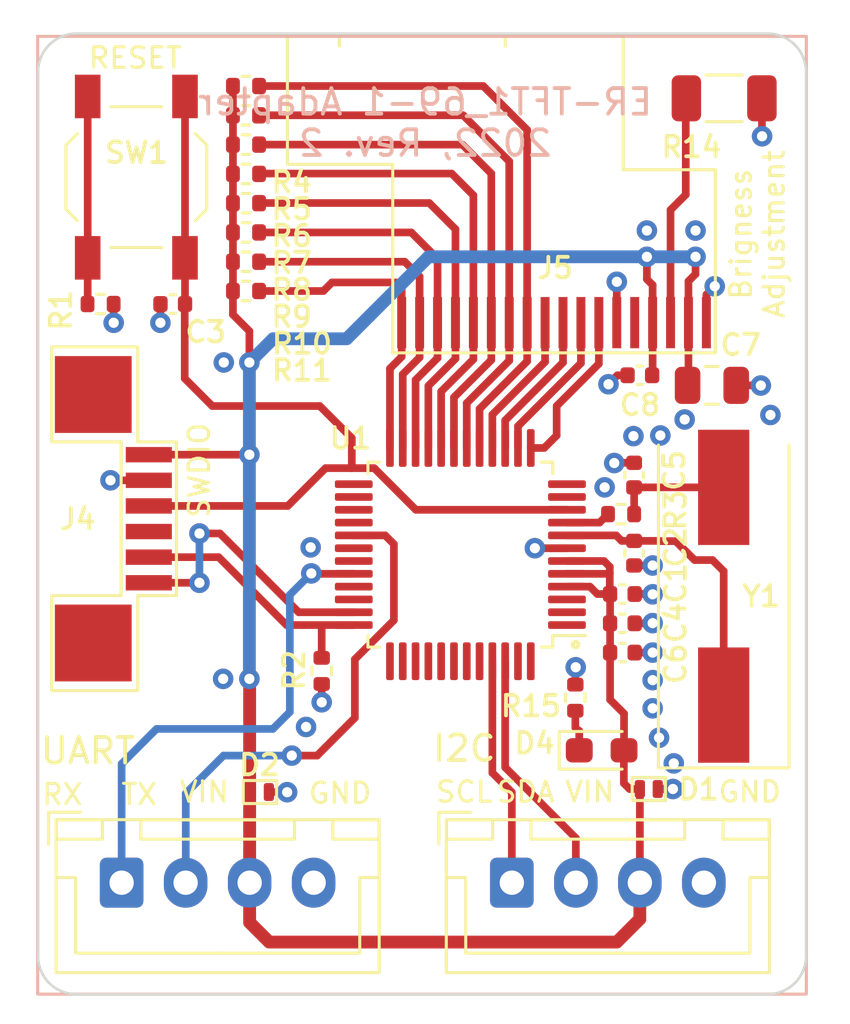
<source format=kicad_pcb>
(kicad_pcb (version 20211014) (generator pcbnew)
  (layers (0 "F.Cu" signal) (1 "In1.Cu" signal) (2 "In2.Cu" signal) (31 "B.Cu" signal) (34 "B.Paste" user) (35 "F.Paste" user) (36 "B.SilkS" user "B.Silkscreen") (37 "F.SilkS" user "F.Silkscreen") (38 "B.Mask" user) (39 "F.Mask" user) (44 "Edge.Cuts" user))
  (net 0 "")
  (net 1 "LED_ANODE")
  (net 2 "GND")
  (net 3 "Net-(C2-Pad2)")
  (net 4 "Net-(C5-Pad1)")
  (net 5 "Net-(D4-Pad1)")
  (net 6 "I2C_SCL")
  (net 7 "I2C_SDA")
  (net 8 "UART_RX")
  (net 9 "UART_TX")
  (net 10 "SWDIO")
  (net 11 "BOOT0")
  (net 13 "NRST")
  (net 14 "DATA_7")
  (net 15 "DATA_6")
  (net 16 "DATA_5")
  (net 17 "DATA_4")
  (net 18 "DATA_3")
  (net 19 "DATA_2")
  (net 20 "DATA_1")
  (net 21 "DATA_0")
  (net 22 "DISPLAY_RST")
  (net 23 "DISPLAY_WR")
  (net 24 "DISPLAY_RS")
  (net 25 "DISPLAY_CS")
  (net 27 "LED_CATODE")
  (net 28 "Net-(R1-Pad1)")
  (net 29 "Net-(R3-Pad2)")
  (footprint "Resistor_SMD:R_0402_1005Metric" (layer "F.Cu") (at 118.125 84.331601)
    (fp_text reference "R6" (at 1.785407 3.568399) (layer "F.SilkS") (effects (font (size 0.8 0.8))))
    (fp_text value "10k")
    (pad "1" smd roundrect (at -0.51 0) (size 0.54 0.64) (layers "F.Cu" "F.Paste" "F.Mask") (net 1 "LED_ANODE"))
    (pad "2" smd roundrect (at 0.51 0) (size 0.54 0.64) (layers "F.Cu" "F.Paste" "F.Mask") (net 19 "DATA_2"))
  )
  (footprint "Resistor_SMD:R_0402_1005Metric" (layer "F.Cu") (at 118.125 86.617601)
    (fp_text reference "R8" (at 1.785407 3.382399) (layer "F.SilkS") (effects (font (size 0.8 0.8))))
    (fp_text value "10k")
    (pad "1" smd roundrect (at -0.51 0) (size 0.54 0.64) (layers "F.Cu" "F.Paste" "F.Mask") (net 1 "LED_ANODE"))
    (pad "2" smd roundrect (at 0.51 0) (size 0.54 0.64) (layers "F.Cu" "F.Paste" "F.Mask") (net 17 "DATA_4"))
  )
  (footprint "Resistor_SMD:R_0402_1005Metric" (layer "F.Cu") (at 132.774593 98.756401 180)
    (fp_text reference "R3" (at -2.125407 0.156401 90) (layer "F.SilkS") (effects (font (size 0.8 0.8))))
    (fp_text value "100")
    (pad "1" smd roundrect (at -0.51 0 180) (size 0.54 0.64) (layers "F.Cu" "F.Paste" "F.Mask") (net 4 "Net-(C5-Pad1)"))
    (pad "2" smd roundrect (at 0.51 0 180) (size 0.54 0.64) (layers "F.Cu" "F.Paste" "F.Mask") (net 29 "Net-(R3-Pad2)"))
  )
  (footprint "Crystal:Crystal_SMD_HC49-SD" (layer "F.Cu") (at 136.782593 101.961601 90)
    (fp_text reference "Y1" (at 0 1.467407 180) (layer "F.SilkS") (effects (font (size 0.8 0.8))))
    (fp_text value "16MHz")
    (pad "1" smd rect (at -4.25 0 90) (size 4.5 2) (layers "F.Cu" "F.Paste" "F.Mask") (net 3 "Net-(C2-Pad2)"))
    (pad "2" smd rect (at 4.25 0 90) (size 4.5 2) (layers "F.Cu" "F.Paste" "F.Mask") (net 4 "Net-(C5-Pad1)"))
  )
  (footprint "Resistor_SMD:R_0402_1005Metric" (layer "F.Cu") (at 118.125 82.045601)
    (fp_text reference "R4" (at 1.785407 3.754399) (layer "F.SilkS") (effects (font (size 0.8 0.8))))
    (fp_text value "10k")
    (pad "1" smd roundrect (at -0.51 0) (size 0.54 0.64) (layers "F.Cu" "F.Paste" "F.Mask") (net 1 "LED_ANODE"))
    (pad "2" smd roundrect (at 0.51 0) (size 0.54 0.64) (layers "F.Cu" "F.Paste" "F.Mask") (net 21 "DATA_0"))
  )
  (footprint "Capacitor_SMD:C_1206_3216Metric" (layer "F.Cu") (at 136.8 82.525)
    (fp_text reference "R14" (at -1.275 1.9 180) (layer "F.SilkS") (effects (font (size 0.8 0.8))))
    (fp_text value "10")
    (pad "1" smd roundrect (at -1.475 0) (size 1.15 1.8) (layers "F.Cu" "F.Paste" "F.Mask") (roundrect_rratio 0.2173913043) (net 27 "LED_CATODE"))
    (pad "2" smd roundrect (at 1.475 0) (size 1.15 1.8) (layers "F.Cu" "F.Paste" "F.Mask") (roundrect_rratio 0.2173913043) (net 2 "GND"))
  )
  (footprint "Custom:ER-TFT1_69-1_SMD_18PIN" (layer "F.Cu") (at 130.1562 91.2816)
    (fp_text reference "J5" (at 0.0438 -2.1316) (layer "F.SilkS") (effects (font (size 0.8 0.8))))
    (fp_text value "Display Connector")
    (pad "1" smd rect (at -5.95 0) (size 0.35 2) (layers "F.Cu" "F.Paste" "F.Mask") (net 14 "DATA_7"))
    (pad "2" smd rect (at -5.25 0) (size 0.35 2) (layers "F.Cu" "F.Paste" "F.Mask") (net 15 "DATA_6"))
    (pad "3" smd rect (at -4.55 0) (size 0.35 2) (layers "F.Cu" "F.Paste" "F.Mask") (net 16 "DATA_5"))
    (pad "4" smd rect (at -3.85 0) (size 0.35 2) (layers "F.Cu" "F.Paste" "F.Mask") (net 17 "DATA_4"))
    (pad "5" smd rect (at -3.15 0) (size 0.35 2) (layers "F.Cu" "F.Paste" "F.Mask") (net 18 "DATA_3"))
    (pad "6" smd rect (at -2.45 0) (size 0.35 2) (layers "F.Cu" "F.Paste" "F.Mask") (net 19 "DATA_2"))
    (pad "7" smd rect (at -1.75 0) (size 0.35 2) (layers "F.Cu" "F.Paste" "F.Mask") (net 20 "DATA_1"))
    (pad "8" smd rect (at -1.05 0) (size 0.35 2) (layers "F.Cu" "F.Paste" "F.Mask") (net 21 "DATA_0"))
    (pad "9" smd rect (at -0.35 0) (size 0.35 2) (layers "F.Cu" "F.Paste" "F.Mask") (net 22 "DISPLAY_RST"))
    (pad "10" smd rect (at 0.35 0) (size 0.35 2) (layers "F.Cu" "F.Paste" "F.Mask") (net 23 "DISPLAY_WR"))
    (pad "11" smd rect (at 1.05 0) (size 0.35 2) (layers "F.Cu" "F.Paste" "F.Mask") (net 24 "DISPLAY_RS"))
    (pad "12" smd rect (at 1.75 0) (size 0.35 2) (layers "F.Cu" "F.Paste" "F.Mask") (net 25 "DISPLAY_CS"))
    (pad "13" smd rect (at 2.45 0) (size 0.35 2) (layers "F.Cu" "F.Paste" "F.Mask") (net 2 "GND"))
    (pad "14" smd rect (at 3.15 0) (size 0.35 2) (layers "F.Cu" "F.Paste" "F.Mask"))
    (pad "15" smd rect (at 3.85 0) (size 0.35 2) (layers "F.Cu" "F.Paste" "F.Mask") (net 1 "LED_ANODE"))
    (pad "16" smd rect (at 4.55 0) (size 0.35 2) (layers "F.Cu" "F.Paste" "F.Mask") (net 27 "LED_CATODE"))
    (pad "17" smd rect (at 5.25 0) (size 0.35 2) (layers "F.Cu" "F.Paste" "F.Mask") (net 1 "LED_ANODE"))
    (pad "18" smd rect (at 5.95 0) (size 0.35 2) (layers "F.Cu" "F.Paste" "F.Mask") (net 2 "GND"))
  )
  (footprint "Resistor_SMD:R_0402_1005Metric" (layer "F.Cu") (at 130.987593 105.921601 -90)
    (fp_text reference "R15" (at 0.328399 1.737593 180) (layer "F.SilkS") (effects (font (size 0.8 0.8))))
    (fp_text value "1k")
    (pad "1" smd roundrect (at -0.51 0 270) (size 0.54 0.64) (layers "F.Cu" "F.Paste" "F.Mask") (net 2 "GND"))
    (pad "2" smd roundrect (at 0.51 0 270) (size 0.54 0.64) (layers "F.Cu" "F.Paste" "F.Mask") (net 5 "Net-(D4-Pad1)"))
  )
  (footprint "Connector_JST:JST_XH_B4B-XH-A_1x04_P2.50mm_Vertical" (layer "F.Cu") (at 113.267593 113.143601)
    (fp_text reference "J2" hide)
    (fp_text value "UART Header")
    (pad "1" thru_hole roundrect (at 0 0) (size 1.7 1.95) (drill 0.95) (layers *.Cu *.Mask) (roundrect_rratio 0.1470588235) (net 8 "UART_RX"))
    (pad "2" thru_hole oval (at 2.5 0) (size 1.7 1.95) (drill 0.95) (layers *.Cu *.Mask) (net 9 "UART_TX"))
    (pad "3" thru_hole oval (at 5 0) (size 1.7 1.95) (drill 0.95) (layers *.Cu *.Mask) (net 1 "LED_ANODE"))
    (pad "4" thru_hole oval (at 7.5 0) (size 1.7 1.95) (drill 0.95) (layers *.Cu *.Mask) (net 2 "GND"))
  )
  (footprint "Resistor_SMD:R_0402_1005Metric" (layer "F.Cu") (at 118.125 85.474601)
    (fp_text reference "R7" (at 1.785407 3.475399) (layer "F.SilkS") (effects (font (size 0.8 0.8))))
    (fp_text value "10k")
    (pad "1" smd roundrect (at -0.51 0) (size 0.54 0.64) (layers "F.Cu" "F.Paste" "F.Mask") (net 1 "LED_ANODE"))
    (pad "2" smd roundrect (at 0.51 0) (size 0.54 0.64) (layers "F.Cu" "F.Paste" "F.Mask") (net 18 "DATA_3"))
  )
  (footprint "Capacitor_SMD:C_0402_1005Metric" (layer "F.Cu") (at 132.825393 104.161601)
    (fp_text reference "C6" (at 2.074607 0.438399 90) (layer "F.SilkS") (effects (font (size 0.8 0.8))))
    (fp_text value "0.1uF")
    (pad "1" smd roundrect (at -0.48 0) (size 0.56 0.62) (layers "F.Cu" "F.Paste" "F.Mask") (net 1 "LED_ANODE"))
    (pad "2" smd roundrect (at 0.48 0) (size 0.56 0.62) (layers "F.Cu" "F.Paste" "F.Mask") (net 2 "GND"))
  )
  (footprint "Resistor_SMD:R_0402_1005Metric" (layer "F.Cu") (at 112.445593 90.554601)
    (fp_text reference "R1" (at -1.545593 0.245399 270) (layer "F.SilkS") (effects (font (size 0.8 0.8))))
    (fp_text value "10k")
    (pad "1" smd roundrect (at -0.51 0) (size 0.54 0.64) (layers "F.Cu" "F.Paste" "F.Mask") (net 28 "Net-(R1-Pad1)"))
    (pad "2" smd roundrect (at 0.51 0) (size 0.54 0.64) (layers "F.Cu" "F.Paste" "F.Mask") (net 2 "GND"))
  )
  (footprint "Capacitor_SMD:C_0402_1005Metric" (layer "F.Cu") (at 115.264993 90.554601 180)
    (fp_text reference "C3" (at -1.285007 -1.095399) (layer "F.SilkS") (effects (font (size 0.8 0.8))))
    (fp_text value "0.1uF")
    (pad "1" smd roundrect (at -0.48 0 180) (size 0.56 0.62) (layers "F.Cu" "F.Paste" "F.Mask") (net 13 "NRST"))
    (pad "2" smd roundrect (at 0.48 0 180) (size 0.56 0.62) (layers "F.Cu" "F.Paste" "F.Mask") (net 2 "GND"))
  )
  (footprint "Resistor_SMD:R_0402_1005Metric" (layer "F.Cu") (at 118.125 83.188601)
    (fp_text reference "R5" (at 1.785407 3.661399) (layer "F.SilkS") (effects (font (size 0.8 0.8))))
    (fp_text value "10k")
    (pad "1" smd roundrect (at -0.51 0) (size 0.54 0.64) (layers "F.Cu" "F.Paste" "F.Mask") (net 1 "LED_ANODE"))
    (pad "2" smd roundrect (at 0.51 0) (size 0.54 0.64) (layers "F.Cu" "F.Paste" "F.Mask") (net 20 "DATA_1"))
  )
  (footprint "Connector_JST:JST_XH_B4B-XH-A_1x04_P2.50mm_Vertical" (layer "F.Cu") (at 128.507593 113.143601)
    (fp_text reference "J1" hide)
    (fp_text value "I2C Header")
    (pad "1" thru_hole roundrect (at 0 0) (size 1.7 1.95) (drill 0.95) (layers *.Cu *.Mask) (roundrect_rratio 0.1470588235) (net 6 "I2C_SCL"))
    (pad "2" thru_hole oval (at 2.5 0) (size 1.7 1.95) (drill 0.95) (layers *.Cu *.Mask) (net 7 "I2C_SDA"))
    (pad "3" thru_hole oval (at 5 0) (size 1.7 1.95) (drill 0.95) (layers *.Cu *.Mask) (net 1 "LED_ANODE"))
    (pad "4" thru_hole oval (at 7.5 0) (size 1.7 1.95) (drill 0.95) (layers *.Cu *.Mask) (net 2 "GND"))
  )
  (footprint "Capacitor_SMD:C_0402_1005Metric" (layer "F.Cu") (at 133.282593 100.280401 90)
    (fp_text reference "C2" (at 0.230401 1.617407 90) (layer "F.SilkS") (effects (font (size 0.8 0.8))))
    (fp_text value "20pF")
    (pad "1" smd roundrect (at -0.48 0 90) (size 0.56 0.62) (layers "F.Cu" "F.Paste" "F.Mask") (net 2 "GND"))
    (pad "2" smd roundrect (at 0.48 0 90) (size 0.56 0.62) (layers "F.Cu" "F.Paste" "F.Mask") (net 3 "Net-(C2-Pad2)"))
  )
  (footprint "Custom:SOD882" (layer "F.Cu") (at 118.668593 109.604601 180)
    (fp_text reference "D2" (at 0.018593 1.054601 unlocked) (layer "F.SilkS") (effects (font (size 0.8 0.8))))
    (fp_text value "PESD3V3V1BLYL")
    (pad "1" smd roundrect (at -0.35 0 180) (size 0.4 0.7) (layers "F.Cu" "F.Paste" "F.Mask") (net 2 "GND"))
    (pad "2" smd roundrect (at 0.35 0 180) (size 0.4 0.7) (layers "F.Cu" "F.Paste" "F.Mask") (net 1 "LED_ANODE"))
  )
  (footprint "LED_SMD:LED_0603_1608Metric_Pad1.05x0.95mm_HandSolder" (layer "F.Cu") (at 132.015193 107.976601)
    (fp_text reference "D4" (at -2.615193 -0.276601) (layer "F.SilkS") (effects (font (size 0.8 0.8))))
    (fp_text value "Power Indicator")
    (pad "1" smd roundrect (at -0.875 0) (size 1.05 0.95) (layers "F.Cu" "F.Paste" "F.Mask") (net 5 "Net-(D4-Pad1)"))
    (pad "2" smd roundrect (at 0.875 0) (size 1.05 0.95) (layers "F.Cu" "F.Paste" "F.Mask") (net 1 "LED_ANODE"))
  )
  (footprint "Custom:SOD882" (layer "F.Cu") (at 133.857593 109.486601 180)
    (fp_text reference "D1" (at -1.942407 -0.013399 unlocked) (layer "F.SilkS") (effects (font (size 0.8 0.8))))
    (fp_text value "PESD3V3V1BLYL")
    (pad "1" smd roundrect (at -0.35 0 180) (size 0.4 0.7) (layers "F.Cu" "F.Paste" "F.Mask") (net 2 "GND"))
    (pad "2" smd roundrect (at 0.35 0 180) (size 0.4 0.7) (layers "F.Cu" "F.Paste" "F.Mask") (net 1 "LED_ANODE"))
  )
  (footprint "Capacitor_SMD:C_0805_2012Metric" (layer "F.Cu") (at 136.321593 93.729601)
    (fp_text reference "C7" (at 1.128407 -1.579601) (layer "F.SilkS") (effects (font (size 0.8 0.8))))
    (fp_text value "10uF")
    (pad "1" smd roundrect (at -0.95 0) (size 1 1.45) (layers "F.Cu" "F.Paste" "F.Mask") (net 1 "LED_ANODE"))
    (pad "2" smd roundrect (at 0.95 0) (size 1 1.45) (layers "F.Cu" "F.Paste" "F.Mask") (net 2 "GND"))
  )
  (footprint "Capacitor_SMD:C_0402_1005Metric" (layer "F.Cu") (at 132.825393 103.018601)
    (fp_text reference "C4" (at 2.074607 -0.018601 270) (layer "F.SilkS") (effects (font (size 0.8 0.8))))
    (fp_text value "0.1uF")
    (pad "1" smd roundrect (at -0.48 0) (size 0.56 0.62) (layers "F.Cu" "F.Paste" "F.Mask") (net 1 "LED_ANODE"))
    (pad "2" smd roundrect (at 0.48 0) (size 0.56 0.62) (layers "F.Cu" "F.Paste" "F.Mask") (net 2 "GND"))
  )
  (footprint "Custom:AFA07-S06FCA-00" (layer "F.Cu") (at 114.328593 98.936601 -90)
    (fp_text reference "J4" (at 0.013399 2.778593 180) (layer "F.SilkS") (effects (font (size 0.8 0.8))))
    (fp_text value "SWD")
    (pad "" smd rect locked (at -4.85 2.17 270) (size 3 3) (layers "F.Cu" "F.Paste" "F.Mask"))
    (pad "" smd rect locked (at 4.85 2.17 270) (size 3 3) (layers "F.Cu" "F.Paste" "F.Mask"))
    (pad "1" smd rect locked (at -2.5 0 270) (size 0.6 1.8) (layers "F.Cu" "F.Paste" "F.Mask") (net 1 "LED_ANODE"))
    (pad "2" smd rect locked (at -1.5 0 270) (size 0.6 1.8) (layers "F.Cu" "F.Paste" "F.Mask") (net 2 "GND"))
    (pad "3" smd rect locked (at -0.5 0 270) (size 0.6 1.8) (layers "F.Cu" "F.Paste" "F.Mask") (net 13 "NRST"))
    (pad "4" smd rect locked (at 0.5 0 270) (size 0.6 1.8) (layers "F.Cu" "F.Paste" "F.Mask"))
    (pad "5" smd rect locked (at 1.5 0 270) (size 0.6 1.8) (layers "F.Cu" "F.Paste" "F.Mask") (net 11 "BOOT0"))
    (pad "6" smd rect locked (at 2.5 0 270) (size 0.6 1.8) (layers "F.Cu" "F.Paste" "F.Mask") (net 10 "SWDIO"))
  )
  (footprint "Button_Switch_SMD:SW_SPST_TL3342" (layer "F.Cu") (at 113.842593 85.601601 -90)
    (fp_text reference "SW1" (at -0.951601 -0.007407 180) (layer "F.SilkS") (effects (font (size 0.8 0.8))))
    (fp_text value "SW_Push")
    (pad "1" smd rect (at 3.15 -1.9 270) (size 1.7 1) (layers "F.Cu" "F.Paste" "F.Mask") (net 13 "NRST"))
    (pad "1" smd rect (at -3.15 -1.9 270) (size 1.7 1) (layers "F.Cu" "F.Paste" "F.Mask") (net 13 "NRST"))
    (pad "2" smd rect (at -3.15 1.9 270) (size 1.7 1) (layers "F.Cu" "F.Paste" "F.Mask") (net 28 "Net-(R1-Pad1)"))
    (pad "2" smd rect (at 3.15 1.9 270) (size 1.7 1) (layers "F.Cu" "F.Paste" "F.Mask") (net 28 "Net-(R1-Pad1)"))
  )
  (footprint "Capacitor_SMD:C_0402_1005Metric" (layer "F.Cu") (at 133.507593 93.336601 180)
    (fp_text reference "C8" (at 0 -1.16) (layer "F.SilkS") (effects (font (size 0.8 0.8))))
    (fp_text value "0.1uF")
    (pad "1" smd roundrect (at -0.48 0 180) (size 0.56 0.62) (layers "F.Cu" "F.Paste" "F.Mask") (net 1 "LED_ANODE"))
    (pad "2" smd roundrect (at 0.48 0 180) (size 0.56 0.62) (layers "F.Cu" "F.Paste" "F.Mask") (net 2 "GND"))
  )
  (footprint "Resistor_SMD:R_0402_1005Metric" (layer "F.Cu") (at 121.081593 104.876301 -90)
    (fp_text reference "R2" (at -0.026301 1.081593 90) (layer "F.SilkS") (effects (font (size 0.8 0.8))))
    (fp_text value "10k")
    (pad "1" smd roundrect (at -0.51 0 270) (size 0.54 0.64) (layers "F.Cu" "F.Paste" "F.Mask") (net 11 "BOOT0"))
    (pad "2" smd roundrect (at 0.51 0 270) (size 0.54 0.64) (layers "F.Cu" "F.Paste" "F.Mask") (net 2 "GND"))
  )
  (footprint "Capacitor_SMD:C_0402_1005Metric" (layer "F.Cu") (at 133.282593 97.232401 90)
    (fp_text reference "C5" (at 0.182401 1.567407 90) (layer "F.SilkS") (effects (font (size 0.8 0.8))))
    (fp_text value "20pF")
    (pad "1" smd roundrect (at -0.48 0 90) (size 0.56 0.62) (layers "F.Cu" "F.Paste" "F.Mask") (net 4 "Net-(C5-Pad1)"))
    (pad "2" smd roundrect (at 0.48 0 90) (size 0.56 0.62) (layers "F.Cu" "F.Paste" "F.Mask") (net 2 "GND"))
  )
  (footprint "Resistor_SMD:R_0402_1005Metric" (layer "F.Cu") (at 118.125 90.046601)
    (fp_text reference "R11" (at 2.185407 3.103399) (layer "F.SilkS") (effects (font (size 0.8 0.8))))
    (fp_text value "10k")
    (pad "1" smd roundrect (at -0.51 0) (size 0.54 0.64) (layers "F.Cu" "F.Paste" "F.Mask") (net 1 "LED_ANODE"))
    (pad "2" smd roundrect (at 0.51 0) (size 0.54 0.64) (layers "F.Cu" "F.Paste" "F.Mask") (net 14 "DATA_7"))
  )
  (footprint "Resistor_SMD:R_0402_1005Metric" (layer "F.Cu") (at 118.125 87.760601)
    (fp_text reference "R9" (at 1.785407 3.289399) (layer "F.SilkS") (effects (font (size 0.8 0.8))))
    (fp_text value "10k")
    (pad "1" smd roundrect (at -0.51 0) (size 0.54 0.64) (layers "F.Cu" "F.Paste" "F.Mask") (net 1 "LED_ANODE"))
    (pad "2" smd roundrect (at 0.51 0) (size 0.54 0.64) (layers "F.Cu" "F.Paste" "F.Mask") (net 16 "DATA_5"))
  )
  (footprint "Capacitor_SMD:C_0402_1005Metric" (layer "F.Cu") (at 132.825393 101.875601)
    (fp_text reference "C1" (at 2.074607 -0.425601 90) (layer "F.SilkS") (effects (font (size 0.8 0.8))))
    (fp_text value "0.1uF")
    (pad "1" smd roundrect (at -0.48 0) (size 0.56 0.62) (layers "F.Cu" "F.Paste" "F.Mask") (net 1 "LED_ANODE"))
    (pad "2" smd roundrect (at 0.48 0) (size 0.56 0.62) (layers "F.Cu" "F.Paste" "F.Mask") (net 2 "GND"))
  )
  (footprint "Resistor_SMD:R_0402_1005Metric" (layer "F.Cu") (at 118.125 88.903601)
    (fp_text reference "R10" (at 2.185407 3.196399) (layer "F.SilkS") (effects (font (size 0.8 0.8))))
    (fp_text value "10k")
    (pad "1" smd roundrect (at -0.51 0) (size 0.54 0.64) (layers "F.Cu" "F.Paste" "F.Mask") (net 1 "LED_ANODE"))
    (pad "2" smd roundrect (at 0.51 0) (size 0.54 0.64) (layers "F.Cu" "F.Paste" "F.Mask") (net 15 "DATA_6"))
  )
  (footprint "Package_QFP:LQFP-48_7x7mm_P0.5mm" (layer "F.Cu") (at 126.497393 100.336601 180)
    (fp_text reference "U1" (at 4.297393 4.536601) (layer "F.SilkS") (effects (font (size 0.8 0.8))))
    (fp_text value "STM32G030C8T")
    (pad "1" smd roundrect (at -4.1625 -2.75 180) (size 1.475 0.3) (layers "F.Cu" "F.Paste" "F.Mask"))
    (pad "2" smd roundrect (at -4.1625 -2.25 180) (size 1.475 0.3) (layers "F.Cu" "F.Paste" "F.Mask"))
    (pad "3" smd roundrect (at -4.1625 -1.75 180) (size 1.475 0.3) (layers "F.Cu" "F.Paste" "F.Mask"))
    (pad "4" smd roundrect (at -4.1625 -1.25 180) (size 1.475 0.3) (layers "F.Cu" "F.Paste" "F.Mask") (net 1 "LED_ANODE"))
    (pad "5" smd roundrect (at -4.1625 -0.75 180) (size 1.475 0.3) (layers "F.Cu" "F.Paste" "F.Mask") (net 1 "LED_ANODE"))
    (pad "6" smd roundrect (at -4.1625 -0.25 180) (size 1.475 0.3) (layers "F.Cu" "F.Paste" "F.Mask") (net 1 "LED_ANODE"))
    (pad "7" smd roundrect (at -4.1625 0.25 180) (size 1.475 0.3) (layers "F.Cu" "F.Paste" "F.Mask") (net 2 "GND"))
    (pad "8" smd roundrect (at -4.1625 0.75 180) (size 1.475 0.3) (layers "F.Cu" "F.Paste" "F.Mask") (net 3 "Net-(C2-Pad2)"))
    (pad "9" smd roundrect (at -4.1625 1.25 180) (size 1.475 0.3) (layers "F.Cu" "F.Paste" "F.Mask") (net 29 "Net-(R3-Pad2)"))
    (pad "10" smd roundrect (at -4.1625 1.75 180) (size 1.475 0.3) (layers "F.Cu" "F.Paste" "F.Mask") (net 13 "NRST"))
    (pad "11" smd roundrect (at -4.1625 2.25 180) (size 1.475 0.3) (layers "F.Cu" "F.Paste" "F.Mask"))
    (pad "12" smd roundrect (at -4.1625 2.75 180) (size 1.475 0.3) (layers "F.Cu" "F.Paste" "F.Mask"))
    (pad "13" smd roundrect (at -2.75 4.1625 180) (size 0.3 1.475) (layers "F.Cu" "F.Paste" "F.Mask") (net 25 "DISPLAY_CS"))
    (pad "14" smd roundrect (at -2.25 4.1625 180) (size 0.3 1.475) (layers "F.Cu" "F.Paste" "F.Mask") (net 24 "DISPLAY_RS"))
    (pad "15" smd roundrect (at -1.75 4.1625 180) (size 0.3 1.475) (layers "F.Cu" "F.Paste" "F.Mask") (net 23 "DISPLAY_WR"))
    (pad "16" smd roundrect (at -1.25 4.1625 180) (size 0.3 1.475) (layers "F.Cu" "F.Paste" "F.Mask") (net 22 "DISPLAY_RST"))
    (pad "17" smd roundrect (at -0.75 4.1625 180) (size 0.3 1.475) (layers "F.Cu" "F.Paste" "F.Mask") (net 21 "DATA_0"))
    (pad "18" smd roundrect (at -0.25 4.1625 180) (size 0.3 1.475) (layers "F.Cu" "F.Paste" "F.Mask") (net 20 "DATA_1"))
    (pad "19" smd roundrect (at 0.25 4.1625 180) (size 0.3 1.475) (layers "F.Cu" "F.Paste" "F.Mask") (net 19 "DATA_2"))
    (pad "20" smd roundrect (at 0.75 4.1625 180) (size 0.3 1.475) (layers "F.Cu" "F.Paste" "F.Mask") (net 18 "DATA_3"))
    (pad "21" smd roundrect (at 1.25 4.1625 180) (size 0.3 1.475) (layers "F.Cu" "F.Paste" "F.Mask") (net 17 "DATA_4"))
    (pad "22" smd roundrect (at 1.75 4.1625 180) (size 0.3 1.475) (layers "F.Cu" "F.Paste" "F.Mask") (net 16 "DATA_5"))
    (pad "23" smd roundrect (at 2.25 4.1625 180) (size 0.3 1.475) (layers "F.Cu" "F.Paste" "F.Mask") (net 15 "DATA_6"))
    (pad "24" smd roundrect (at 2.75 4.1625 180) (size 0.3 1.475) (layers "F.Cu" "F.Paste" "F.Mask") (net 14 "DATA_7"))
    (pad "25" smd roundrect (at 4.1625 2.75 180) (size 1.475 0.3) (layers "F.Cu" "F.Paste" "F.Mask"))
    (pad "26" smd roundrect (at 4.1625 2.25 180) (size 1.475 0.3) (layers "F.Cu" "F.Paste" "F.Mask"))
    (pad "27" smd roundrect (at 4.1625 1.75 180) (size 1.475 0.3) (layers "F.Cu" "F.Paste" "F.Mask"))
    (pad "28" smd roundrect (at 4.1625 1.25 180) (size 1.475 0.3) (layers "F.Cu" "F.Paste" "F.Mask"))
    (pad "29" smd roundrect (at 4.1625 0.75 180) (size 1.475 0.3) (layers "F.Cu" "F.Paste" "F.Mask") (net 9 "UART_TX"))
    (pad "30" smd roundrect (at 4.1625 0.25 180) (size 1.475 0.3) (layers "F.Cu" "F.Paste" "F.Mask"))
    (pad "31" smd roundrect (at 4.1625 -0.25 180) (size 1.475 0.3) (layers "F.Cu" "F.Paste" "F.Mask"))
    (pad "32" smd roundrect (at 4.1625 -0.75 180) (size 1.475 0.3) (layers "F.Cu" "F.Paste" "F.Mask") (net 8 "UART_RX"))
    (pad "33" smd roundrect (at 4.1625 -1.25 180) (size 1.475 0.3) (layers "F.Cu" "F.Paste" "F.Mask"))
    (pad "34" smd roundrect (at 4.1625 -1.75 180) (size 1.475 0.3) (layers "F.Cu" "F.Paste" "F.Mask"))
    (pad "35" smd roundrect (at 4.1625 -2.25 180) (size 1.475 0.3) (layers "F.Cu" "F.Paste" "F.Mask") (net 10 "SWDIO"))
    (pad "36" smd roundrect (at 4.1625 -2.75 180) (size 1.475 0.3) (layers "F.Cu" "F.Paste" "F.Mask") (net 11 "BOOT0"))
    (pad "37" smd roundrect (at 2.75 -4.1625 180) (size 0.3 1.475) (layers "F.Cu" "F.Paste" "F.Mask"))
    (pad "38" smd roundrect (at 2.25 -4.1625 180) (size 0.3 1.475) (layers "F.Cu" "F.Paste" "F.Mask"))
    (pad "39" smd roundrect (at 1.75 -4.1625 180) (size 0.3 1.475) (layers "F.Cu" "F.Paste" "F.Mask"))
    (pad "40" smd roundrect (at 1.25 -4.1625 180) (size 0.3 1.475) (layers "F.Cu" "F.Paste" "F.Mask"))
    (pad "41" smd roundrect (at 0.75 -4.1625 180) (size 0.3 1.475) (layers "F.Cu" "F.Paste" "F.Mask"))
    (pad "42" smd roundrect (at 0.25 -4.1625 180) (size 0.3 1.475) (layers "F.Cu" "F.Paste" "F.Mask"))
    (pad "43" smd roundrect (at -0.25 -4.1625 180) (size 0.3 1.475) (layers "F.Cu" "F.Paste" "F.Mask"))
    (pad "44" smd roundrect (at -0.75 -4.1625 180) (size 0.3 1.475) (layers "F.Cu" "F.Paste" "F.Mask"))
    (pad "45" smd roundrect (at -1.25 -4.1625 180) (size 0.3 1.475) (layers "F.Cu" "F.Paste" "F.Mask") (net 6 "I2C_SCL"))
    (pad "46" smd roundrect (at -1.75 -4.1625 180) (size 0.3 1.475) (layers "F.Cu" "F.Paste" "F.Mask") (net 7 "I2C_SDA"))
    (pad "47" smd roundrect (at -2.25 -4.1625 180) (size 0.3 1.475) (layers "F.Cu" "F.Paste" "F.Mask"))
    (pad "48" smd roundrect (at -2.75 -4.1625 180) (size 0.3 1.475) (layers "F.Cu" "F.Paste" "F.Mask"))
  )
  (gr_circle (center 131 103.85) (end 131.1 103.9) (layer "F.SilkS") (width 0.15) (fill none))
  (gr_arc (start 111.5 117.5) (mid 110.43934 117.06066) (end 110 116) (layer "Edge.Cuts") (width 0.1))
  (gr_line (start 110 81.5) (end 110 116) (layer "Edge.Cuts") (width 0.1))
  (gr_arc (start 140 116) (mid 139.56066 117.06066) (end 138.5 117.5) (layer "Edge.Cuts") (width 0.1))
  (gr_line (start 138.5 80) (end 111.5 80) (layer "Edge.Cuts") (width 0.1))
  (gr_arc (start 110 81.5) (mid 110.43934 80.43934) (end 111.5 80) (layer "Edge.Cuts") (width 0.1))
  (gr_line (start 140 116) (end 140 81.5) (layer "Edge.Cuts") (width 0.1))
  (gr_arc (start 138.5 80) (mid 139.56066 80.43934) (end 140 81.5) (layer "Edge.Cuts") (width 0.1))
  (gr_line (start 111.5 117.5) (end 138.5 117.5) (layer "Edge.Cuts") (width 0.1))
  (gr_text "ER-TFT1_69-1 Adapter\n2022, Rev. 2" (at 125.125 83.475) (layer "B.SilkS") (effects (font (size 1 1)) (justify mirror)))
  (gr_text "SCL" (at 126.65 109.6) (layer "F.SilkS") (effects (font (size 0.8 0.8) (thickness 0.12))))
  (gr_text "UART" (at 111.95 108) (layer "F.SilkS") (effects (font (size 1 1))))
  (gr_text "GND" (at 121.8 109.65) (layer "F.SilkS") (effects (font (size 0.8 0.8) (thickness 0.12))))
  (gr_text "SDA" (at 129.05 109.6) (layer "F.SilkS") (effects (font (size 0.8 0.8) (thickness 0.12))))
  (gr_text "RESET" (at 113.8 80.95) (layer "F.SilkS") (effects (font (size 0.8 0.8) (thickness 0.12))))
  (gr_text "VIN" (at 131.55 109.6) (layer "F.SilkS") (effects (font (size 0.8 0.8) (thickness 0.12))))
  (gr_text "VIN" (at 116.5 109.6) (layer "F.SilkS") (effects (font (size 0.8 0.8) (thickness 0.12))))
  (gr_text "Brigness\nAdjustment" (at 138.1 87.825 90) (layer "F.SilkS") (effects (font (size 0.8 0.8) (thickness 0.12))))
  (gr_text "RX" (at 110.95 109.7) (layer "F.SilkS") (effects (font (size 0.8 0.8) (thickness 0.12))))
  (gr_text "TX" (at 113.95 109.7) (layer "F.SilkS") (effects (font (size 0.8 0.8) (thickness 0.12))))
  (gr_text "SWDIO" (at 116.3 97.05 90) (layer "F.SilkS") (effects (font (size 0.8 0.8) (thickness 0.12))))
  (gr_text "GND" (at 137.8 109.6) (layer "F.SilkS") (effects (font (size 0.8 0.8) (thickness 0.12))))
  (gr_text "I2C" (at 126.65 107.9) (layer "F.SilkS") (effects (font (size 1 1))))
  (segment (start 118.257593 91.611601) (end 118.257593 92.836601) (width 0.3) (layer "F.Cu") (net 1))
  (segment (start 132.345393 103.018601) (end 132.345393 104.161601) (width 0.3) (layer "F.Cu") (net 1))
  (segment (start 132.890193 106.544201) (end 132.890193 107.976601) (width 0.3) (layer "F.Cu") (net 1))
  (segment (start 132.345393 104.161601) (end 132.345393 105.999401) (width 0.3) (layer "F.Cu") (net 1))
  (segment (start 117.615 83.188601) (end 117.615 84.331601) (width 0.3) (layer "F.Cu") (net 1))
  (segment (start 132.882593 109.261601) (end 132.882593 107.984201) (width 0.3) (layer "F.Cu") (net 1))
  (segment (start 131.557593 101.586601) (end 131.846593 101.875601) (width 0.3) (layer "F.Cu") (net 1))
  (segment (start 135.4062 91.2816) (end 135.4062 89.662994) (width 0.3) (layer "F.Cu") (net 1))
  (segment (start 134.0062 89.810208) (end 133.782593 89.586601) (width 0.3) (layer "F.Cu") (net 1))
  (segment (start 132.307593 101.086601) (end 132.332593 101.061601) (width 0.3) (layer "F.Cu") (net 1))
  (segment (start 135.4062 93.694994) (end 135.371593 93.729601) (width 0.3) (layer "F.Cu") (net 1))
  (segment (start 131.846593 101.875601) (end 132.345393 101.875601) (width 0.3) (layer "F.Cu") (net 1))
  (segment (start 117.615 86.617601) (end 117.615 87.760601) (width 0.3) (layer "F.Cu") (net 1))
  (segment (start 117.615 90.969008) (end 118.257593 91.611601) (width 0.3) (layer "F.Cu") (net 1))
  (segment (start 117.615 88.903601) (end 117.615 90.046601) (width 0.3) (layer "F.Cu") (net 1))
  (segment (start 130.659893 101.586601) (end 131.557593 101.586601) (width 0.3) (layer "F.Cu") (net 1))
  (segment (start 132.107593 100.586601) (end 132.332593 100.811601) (width 0.3) (layer "F.Cu") (net 1))
  (segment (start 118.267593 114.696601) (end 119.032593 115.461601) (width 0.5) (layer "F.Cu") (net 1))
  (segment (start 114.328593 96.436601) (end 118.257593 96.436601) (width 0.3) (layer "F.Cu") (net 1))
  (segment (start 118.267593 105.196601) (end 118.257593 105.186601) (width 0.5) (layer "F.Cu") (net 1))
  (segment (start 132.332593 101.862801) (end 132.345393 101.875601) (width 0.3) (layer "F.Cu") (net 1))
  (segment (start 119.032593 115.461601) (end 132.607593 115.461601) (width 0.5) (layer "F.Cu") (net 1))
  (segment (start 133.507593 114.561601) (end 133.507593 113.143601) (width 0.5) (layer "F.Cu") (net 1))
  (segment (start 133.782593 89.586601) (end 133.782593 88.711601) (width 0.3) (layer "F.Cu") (net 1))
  (segment (start 132.882593 107.984201) (end 132.890193 107.976601) (width 0.3) (layer "F.Cu") (net 1))
  (segment (start 117.615 85.474601) (end 117.615 86.617601) (width 0.3) (layer "F.Cu") (net 1))
  (segment (start 132.345393 101.875601) (end 132.345393 103.018601) (width 0.3) (layer "F.Cu") (net 1))
  (segment (start 117.615 90.046601) (end 117.615 90.969008) (width 0.3) (layer "F.Cu") (net 1))
  (segment (start 118.267593 113.270601) (end 118.267593 114.696601) (width 0.5) (layer "F.Cu") (net 1))
  (segment (start 134.0062 91.2816) (end 134.0062 89.810208) (width 0.3) (layer "F.Cu") (net 1))
  (segment (start 133.107593 109.486601) (end 132.882593 109.261601) (width 0.3) (layer "F.Cu") (net 1))
  (segment (start 134.0062 91.2816) (end 134.0062 93.317994) (width 0.3) (layer "F.Cu") (net 1))
  (segment (start 134.0062 93.317994) (end 133.987593 93.336601) (width 0.3) (layer "F.Cu") (net 1))
  (segment (start 117.615 82.045601) (end 117.615 83.188601) (width 0.3) (layer "F.Cu") (net 1))
  (segment (start 132.332593 100.811601) (end 132.332593 101.061601) (width 0.3) (layer "F.Cu") (net 1))
  (segment (start 135.4062 89.662994) (end 135.682593 89.386601) (width 0.3) (layer "F.Cu") (net 1))
  (segment (start 130.659893 101.086601) (end 132.307593 101.086601) (width 0.3) (layer "F.Cu") (net 1))
  (segment (start 133.507593 113.143601) (end 133.507593 109.486601) (width 0.3) (layer "F.Cu") (net 1))
  (segment (start 133.507593 109.486601) (end 133.107593 109.486601) (width 0.3) (layer "F.Cu") (net 1))
  (segment (start 132.332593 101.061601) (end 132.332593 101.862801) (width 0.3) (layer "F.Cu") (net 1))
  (segment (start 135.682593 89.386601) (end 135.682593 88.711601) (width 0.3) (layer "F.Cu") (net 1))
  (segment (start 132.607593 115.461601) (end 133.507593 114.561601) (width 0.5) (layer "F.Cu") (net 1))
  (segment (start 130.659893 100.586601) (end 132.107593 100.586601) (width 0.3) (layer "F.Cu") (net 1))
  (segment (start 135.4062 91.2816) (end 135.4062 93.694994) (width 0.3) (layer "F.Cu") (net 1))
  (segment (start 118.267593 113.270601) (end 118.267593 105.196601) (width 0.5) (layer "F.Cu") (net 1))
  (segment (start 117.615 84.331601) (end 117.615 85.474601) (width 0.3) (layer "F.Cu") (net 1))
  (segment (start 132.345393 105.999401) (end 132.890193 106.544201) (width 0.3) (layer "F.Cu") (net 1))
  (segment (start 117.615 87.760601) (end 117.615 88.903601) (width 0.3) (layer "F.Cu") (net 1))
  (via (at 118.257593 105.186601) (size 0.8) (drill 0.4) (layers "F.Cu" "B.Cu") (net 1))
  (via (at 118.257593 96.436601) (size 0.8) (drill 0.4) (layers "F.Cu" "B.Cu") (net 1))
  (via (at 133.782593 88.711601) (size 0.8) (drill 0.4) (layers "F.Cu" "B.Cu") (net 1))
  (via (at 135.682593 88.711601) (size 0.8) (drill 0.4) (layers "F.Cu" "B.Cu") (net 1))
  (via (at 118.257593 92.836601) (size 0.8) (drill 0.4) (layers "F.Cu" "B.Cu") (net 1))
  (segment (start 122.957593 91.011601) (end 125.257593 88.711601) (width 0.5) (layer "B.Cu") (net 1))
  (segment (start 121.257593 91.911601) (end 122.057593 91.911601) (width 0.5) (layer "B.Cu") (net 1))
  (segment (start 118.257593 105.186601) (end 118.257593 96.436601) (width 0.5) (layer "B.Cu") (net 1))
  (segment (start 133.782593 88.711601) (end 135.682593 88.711601) (width 0.5) (layer "B.Cu") (net 1))
  (segment (start 119.182593 91.911601) (end 121.257593 91.911601) (width 0.5) (layer "B.Cu") (net 1))
  (segment (start 118.257593 96.436601) (end 118.257593 92.836601) (width 0.5) (layer "B.Cu") (net 1))
  (segment (start 118.257593 92.836601) (end 119.182593 91.911601) (width 0.5) (layer "B.Cu") (net 1))
  (segment (start 130.307593 88.711601) (end 133.782593 88.711601) (width 0.5) (layer "B.Cu") (net 1))
  (segment (start 122.057593 91.911601) (end 122.957593 91.011601) (width 0.5) (layer "B.Cu") (net 1))
  (segment (start 125.257593 88.711601) (end 130.307593 88.711601) (width 0.5) (layer "B.Cu") (net 1))
  (segment (start 130.659893 100.086601) (end 129.407593 100.086601) (width 0.3) (layer "F.Cu") (net 2))
  (segment (start 119.018593 109.604601) (end 119.725593 109.604601) (width 0.3) (layer "F.Cu") (net 2))
  (segment (start 132.516793 96.752401) (end 132.507593 96.761601) (width 0.3) (layer "F.Cu") (net 2))
  (segment (start 133.282593 100.760401) (end 134.006393 100.760401) (width 0.3) (layer "F.Cu") (net 2))
  (segment (start 134.000593 103.018601) (end 134.007593 103.011601) (width 0.3) (layer "F.Cu") (net 2))
  (segment (start 130.987593 104.748801) (end 131.002593 104.733801) (width 0.3) (layer "F.Cu") (net 2))
  (segment (start 132.632593 93.336601) (end 132.282593 93.686601) (width 0.3) (layer "F.Cu") (net 2))
  (segment (start 138.225593 93.729601) (end 138.232593 93.736601) (width 0.3) (layer "F.Cu") (net 2))
  (segment (start 132.6062 91.2816) (end 132.6062 89.687994) (width 0.3) (layer "F.Cu") (net 2))
  (segment (start 112.955593 90.554601) (end 112.955593 91.284601) (width 0.3) (layer "F.Cu") (net 2))
  (segment (start 133.996593 101.875601) (end 134.007593 101.886601) (width 0.3) (layer "F.Cu") (net 2))
  (segment (start 136.1062 90.187994) (end 136.432593 89.861601) (width 0.3) (layer "F.Cu") (net 2))
  (segment (start 138.275 84) (end 138.281 84.006) (width 0.3) (layer "F.Cu") (net 2))
  (segment (start 133.027593 93.336601) (end 132.632593 93.336601) (width 0.3) (layer "F.Cu") (net 2))
  (segment (start 121.081593 105.386301) (end 121.081593 106.101301) (width 0.3) (layer "F.Cu") (net 2))
  (segment (start 137.271593 93.729601) (end 138.225593 93.729601) (width 0.3) (layer "F.Cu") (net 2))
  (segment (start 132.6062 89.687994) (end 132.607593 89.686601) (width 0.3) (layer "F.Cu") (net 2))
  (segment (start 133.282593 96.752401) (end 132.516793 96.752401) (width 0.3) (layer "F.Cu") (net 2))
  (segment (start 114.784993 91.284201) (end 114.782593 91.286601) (width 0.3) (layer "F.Cu") (net 2))
  (segment (start 138.275 82.525) (end 138.275 84) (width 0.3) (layer "F.Cu") (net 2))
  (segment (start 114.328593 97.436601) (end 112.832593 97.436601) (width 0.3) (layer "F.Cu") (net 2))
  (segment (start 114.784993 90.554601) (end 114.784993 91.284201) (width 0.3) (layer "F.Cu") (net 2))
  (segment (start 136.1062 91.2816) (end 136.1062 90.187994) (width 0.3) (layer "F.Cu") (net 2))
  (segment (start 133.305393 103.018601) (end 134.000593 103.018601) (width 0.3) (layer "F.Cu") (net 2))
  (segment (start 119.725593 109.604601) (end 119.732593 109.611601) (width 0.3) (layer "F.Cu") (net 2))
  (segment (start 134.006393 100.760401) (end 134.007593 100.761601) (width 0.3) (layer "F.Cu") (net 2))
  (segment (start 133.305393 104.161601) (end 134.007593 104.161601) (width 0.3) (layer "F.Cu") (net 2))
  (segment (start 130.987593 105.411601) (end 130.987593 104.748801) (width 0.3) (layer "F.Cu") (net 2))
  (segment (start 134.207593 109.486601) (end 134.8 109.486601) (width 0.3) (layer "F.Cu") (net 2))
  (segment (start 133.305393 101.875601) (end 133.996593 101.875601) (width 0.3) (layer "F.Cu") (net 2))
  (segment (start 112.955593 91.284601) (end 112.957593 91.286601) (width 0.3) (layer "F.Cu") (net 2))
  (via (at 136.432593 89.861601) (size 0.8) (drill 0.4) (layers "F.Cu" "B.Cu") (net 2))
  (via (at 138.232593 93.736601) (size 0.8) (drill 0.4) (layers "F.Cu" "B.Cu") (net 2))
  (via (at 134.007593 103.011601) (size 0.8) (drill 0.4) (layers "F.Cu" "B.Cu") (net 2))
  (via (at 114.782593 91.286601) (size 0.8) (drill 0.4) (layers "F.Cu" "B.Cu") (net 2))
  (via (at 134.832593 108.486601) (size 0.8) (drill 0.4) (layers "F.Cu" "B.Cu") (net 2))
  (via (at 119.732593 109.611601) (size 0.8) (drill 0.4) (layers "F.Cu" "B.Cu") (net 2))
  (via (at 134.8 109.486601) (size 0.8) (drill 0.4) (layers "F.Cu" "B.Cu") (net 2))
  (via (at 129.407593 100.086601) (size 0.8) (drill 0.4) (layers "F.Cu" "B.Cu") (net 2))
  (via (at 135.682593 87.686601) (size 0.8) (drill 0.4) (layers "F.Cu" "B.Cu") (net 2))
  (via (at 138.607593 94.886601) (size 0.8) (drill 0.4) (layers "F.Cu" "B.Cu") (net 2))
  (via (at 121.081593 106.101301) (size 0.8) (drill 0.4) (layers "F.Cu" "B.Cu") (net 2))
  (via (at 134.007593 106.336601) (size 0.8) (drill 0.4) (layers "F.Cu" "B.Cu") (net 2))
  (via (at 117.257593 92.836601) (size 0.8) (drill 0.4) (layers "F.Cu" "B.Cu") (net 2))
  (via (at 112.957593 91.286601) (size 0.8) (drill 0.4) (layers "F.Cu" "B.Cu") (net 2))
  (via (at 132.132593 97.711601) (size 0.8) (drill 0.4) (layers "F.Cu" "B.Cu") (net 2))
  (via (at 132.607593 89.686601) (size 0.8) (drill 0.4) (layers "F.Cu" "B.Cu") (net 2))
  (via (at 134.257593 107.486601) (size 0.8) (drill 0.4) (layers "F.Cu" "B.Cu") (net 2))
  (via (at 134.307593 95.686601) (size 0.8) (drill 0.4) (layers "F.Cu" "B.Cu") (net 2))
  (via (at 120.471993 107.064601) (size 0.8) (drill 0.4) (layers "F.Cu" "B.Cu") (net 2))
  (via (at 134.007593 101.886601) (size 0.8) (drill 0.4) (layers "F.Cu" "B.Cu") (net 2))
  (via (at 134.007593 104.161601) (size 0.8) (drill 0.4) (layers "F.Cu" "B.Cu") (net 2))
  (via (at 133.782593 87.686601) (size 0.8) (drill 0.4) (layers "F.Cu" "B.Cu") (net 2))
  (via (at 135.257593 95.061601) (size 0.8) (drill 0.4) (layers "F.Cu" "B.Cu") (net 2))
  (via (at 120.649793 100.054201) (size 0.8) (drill 0.4) (layers "F.Cu" "B.Cu") (net 2))
  (via (at 112.832593 97.436601) (size 0.8) (drill 0.4) (layers "F.Cu" "B.Cu") (net 2))
  (via (at 138.281 84.006) (size 0.8) (drill 0.4) (layers "F.Cu" "B.Cu") (net 2))
  (via (at 132.507593 96.761601) (size 0.8) (drill 0.4) (layers "F.Cu" "B.Cu") (net 2))
  (via (at 117.232593 105.186601) (size 0.8) (drill 0.4) (layers "F.Cu" "B.Cu") (net 2))
  (via (at 133.257593 95.711601) (size 0.8) (drill 0.4) (layers "F.Cu" "B.Cu") (net 2))
  (via (at 131.002593 104.733801) (size 0.8) (drill 0.4) (layers "F.Cu" "B.Cu") (net 2))
  (via (at 132.282593 93.686601) (size 0.8) (drill 0.4) (layers "F.Cu" "B.Cu") (net 2))
  (via (at 134.007593 105.236601) (size 0.8) (drill 0.4) (layers "F.Cu" "B.Cu") (net 2))
  (via (at 134.007593 100.761601) (size 0.8) (drill 0.4) (layers "F.Cu" "B.Cu") (net 2))
  (segment (start 132.796393 99.800401) (end 133.282593 99.800401) (width 0.3) (layer "F.Cu") (net 3))
  (segment (start 134.221393 99.800401) (end 133.282593 99.800401) (width 0.3) (layer "F.Cu") (net 3))
  (segment (start 136.782593 100.986601) (end 136.345093 100.549101) (width 0.3) (layer "F.Cu") (net 3))
  (segment (start 130.659893 99.586601) (end 132.582593 99.586601) (width 0.3) (layer "F.Cu") (net 3))
  (segment (start 135.645093 100.549101) (end 134.907593 99.811601) (width 0.3) (layer "F.Cu") (net 3))
  (segment (start 134.232593 99.811601) (end 134.221393 99.800401) (width 0.3) (layer "F.Cu") (net 3))
  (segment (start 134.907593 99.811601) (end 134.232593 99.811601) (width 0.3) (layer "F.Cu") (net 3))
  (segment (start 136.782593 106.211601) (end 136.782593 100.986601) (width 0.3) (layer "F.Cu") (net 3))
  (segment (start 136.345093 100.549101) (end 135.645093 100.549101) (width 0.3) (layer "F.Cu") (net 3))
  (segment (start 132.582593 99.586601) (end 132.796393 99.800401) (width 0.3) (layer "F.Cu") (net 3))
  (segment (start 133.282593 97.712401) (end 133.283393 97.711601) (width 0.3) (layer "F.Cu") (net 4))
  (segment (start 133.284593 97.714401) (end 133.282593 97.712401) (width 0.3) (layer "F.Cu") (net 4))
  (segment (start 133.284593 98.756401) (end 133.284593 97.714401) (width 0.3) (layer "F.Cu") (net 4))
  (segment (start 133.283393 97.711601) (end 136.782593 97.711601) (width 0.3) (layer "F.Cu") (net 4))
  (segment (start 131.114793 107.217201) (end 130.987593 107.090001) (width 0.3) (layer "F.Cu") (net 5))
  (segment (start 131.140193 107.976601) (end 131.140193 107.217201) (width 0.3) (layer "F.Cu") (net 5))
  (segment (start 131.140193 107.217201) (end 131.114793 107.217201) (width 0.3) (layer "F.Cu") (net 5))
  (segment (start 130.987593 107.090001) (end 130.987593 106.431601) (width 0.3) (layer "F.Cu") (net 5))
  (segment (start 127.747393 108.853601) (end 128.507593 109.613801) (width 0.3) (layer "F.Cu") (net 6))
  (segment (start 128.507593 109.613801) (end 128.507593 113.143601) (width 0.3) (layer "F.Cu") (net 6))
  (segment (start 127.747393 104.499101) (end 127.747393 108.853601) (width 0.3) (layer "F.Cu") (net 6))
  (segment (start 131.007593 111.402601) (end 131.007593 113.143601) (width 0.3) (layer "F.Cu") (net 7))
  (segment (start 128.247393 108.642401) (end 131.007593 111.402601) (width 0.3) (layer "F.Cu") (net 7))
  (segment (start 128.247393 104.499101) (end 128.247393 108.642401) (width 0.3) (layer "F.Cu") (net 7))
  (segment (start 120.691593 101.086601) (end 122.334893 101.086601) (width 0.3) (layer "F.Cu") (net 8))
  (segment (start 120.675193 101.070201) (end 120.691593 101.086601) (width 0.3) (layer "F.Cu") (net 8))
  (via (at 120.675193 101.070201) (size 0.8) (drill 0.4) (layers "F.Cu" "B.Cu") (net 8))
  (segment (start 119.836993 106.480401) (end 119.176593 107.140801) (width 0.3) (layer "B.Cu") (net 8))
  (segment (start 119.176593 107.140801) (end 114.629993 107.140801) (width 0.3) (layer "B.Cu") (net 8))
  (segment (start 119.836993 101.908401) (end 119.836993 106.480401) (width 0.3) (layer "B.Cu") (net 8))
  (segment (start 120.675193 101.070201) (end 119.836993 101.908401) (width 0.3) (layer "B.Cu") (net 8))
  (segment (start 114.629993 107.140801) (end 113.267593 108.503201) (width 0.3) (layer "B.Cu") (net 8))
  (segment (start 113.267593 108.503201) (end 113.267593 113.143601) (width 0.3) (layer "B.Cu") (net 8))
  (segment (start 122.376993 106.709001) (end 122.376993 104.423001) (width 0.3) (layer "F.Cu") (net 9))
  (segment (start 123.560393 99.586601) (end 122.334893 99.586601) (width 0.3) (layer "F.Cu") (net 9))
  (segment (start 122.376993 104.423001) (end 123.900993 102.899001) (width 0.3) (layer "F.Cu") (net 9))
  (segment (start 120.903793 108.182201) (end 122.376993 106.709001) (width 0.3) (layer "F.Cu") (net 9))
  (segment (start 119.913193 108.182201) (end 120.903793 108.182201) (width 0.3) (layer "F.Cu") (net 9))
  (segment (start 123.900993 99.927201) (end 123.560393 99.586601) (width 0.3) (layer "F.Cu") (net 9))
  (segment (start 123.900993 102.899001) (end 123.900993 99.927201) (width 0.3) (layer "F.Cu") (net 9))
  (via (at 119.913193 108.182201) (size 0.8) (drill 0.4) (layers "F.Cu" "B.Cu") (net 9))
  (segment (start 117.246193 108.182201) (end 119.913193 108.182201) (width 0.3) (layer "B.Cu") (net 9))
  (segment (start 115.772993 109.807801) (end 115.772993 109.655401) (width 0.3) (layer "B.Cu") (net 9))
  (segment (start 115.772993 109.655401) (end 116.712793 108.715601) (width 0.3) (layer "B.Cu") (net 9))
  (segment (start 115.767593 113.143601) (end 115.772993 113.138201) (width 0.3) (layer "B.Cu") (net 9))
  (segment (start 116.712793 108.715601) (end 117.246193 108.182201) (width 0.3) (layer "B.Cu") (net 9))
  (segment (start 115.772993 113.138201) (end 115.772993 109.807801) (width 0.3) (layer "B.Cu") (net 9))
  (segment (start 120.182593 102.586601) (end 122.334893 102.586601) (width 0.3) (layer "F.Cu") (net 10))
  (segment (start 117.107593 99.511601) (end 120.182593 102.586601) (width 0.3) (layer "F.Cu") (net 10))
  (segment (start 116.307593 99.511601) (end 117.107593 99.511601) (width 0.3) (layer "F.Cu") (net 10))
  (segment (start 114.328593 101.436601) (end 116.307593 101.436601) (width 0.3) (layer "F.Cu") (net 10))
  (via (at 116.307593 101.436601) (size 0.8) (drill 0.4) (layers "F.Cu" "B.Cu") (net 10))
  (via (at 116.307593 99.511601) (size 0.8) (drill 0.4) (layers "F.Cu" "B.Cu") (net 10))
  (segment (start 116.307593 101.436601) (end 116.307593 99.511601) (width 0.3) (layer "B.Cu") (net 10))
  (segment (start 120.382593 103.086601) (end 122.334893 103.086601) (width 0.3) (layer "F.Cu") (net 11))
  (segment (start 121.081593 104.366301) (end 121.081593 103.101301) (width 0.3) (layer "F.Cu") (net 11))
  (segment (start 114.328593 100.436601) (end 117.057593 100.436601) (width 0.3) (layer "F.Cu") (net 11))
  (segment (start 119.707593 103.086601) (end 120.382593 103.086601) (width 0.3) (layer "F.Cu") (net 11))
  (segment (start 117.057593 100.436601) (end 119.707593 103.086601) (width 0.3) (layer "F.Cu") (net 11))
  (segment (start 119.757593 98.436601) (end 114.328593 98.436601) (width 0.3) (layer "F.Cu") (net 13))
  (segment (start 121.007593 94.536601) (end 122.257593 95.786601) (width 0.3) (layer "F.Cu") (net 13))
  (segment (start 130.659893 98.586601) (end 124.757593 98.586601) (width 0.3) (layer "F.Cu") (net 13))
  (segment (start 116.807593 94.536601) (end 121.007593 94.536601) (width 0.3) (layer "F.Cu") (net 13))
  (segment (start 124.757593 98.586601) (end 123.132593 96.961601) (width 0.3) (layer "F.Cu") (net 13))
  (segment (start 115.732593 93.461601) (end 116.807593 94.536601) (width 0.3) (layer "F.Cu") (net 13))
  (segment (start 123.132593 96.961601) (end 122.257593 96.961601) (width 0.3) (layer "F.Cu") (net 13))
  (segment (start 115.732593 90.567001) (end 115.732593 93.461601) (width 0.3) (layer "F.Cu") (net 13))
  (segment (start 115.742593 82.451601) (end 115.742593 88.751601) (width 0.3) (layer "F.Cu") (net 13))
  (segment (start 122.257593 96.961601) (end 121.232593 96.961601) (width 0.3) (layer "F.Cu") (net 13))
  (segment (start 115.744993 90.554601) (end 115.732593 90.567001) (width 0.3) (layer "F.Cu") (net 13))
  (segment (start 122.257593 95.786601) (end 122.257593 96.961601) (width 0.3) (layer "F.Cu") (net 13))
  (segment (start 121.232593 96.961601) (end 119.757593 98.436601) (width 0.3) (layer "F.Cu") (net 13))
  (segment (start 115.742593 90.552201) (end 115.744993 90.554601) (width 0.3) (layer "F.Cu") (net 13))
  (segment (start 115.742593 88.751601) (end 115.742593 90.552201) (width 0.3) (layer "F.Cu") (net 13))
  (segment (start 121.482593 89.711601) (end 121.147593 90.046601) (width 0.3) (layer "F.Cu") (net 14))
  (segment (start 123.747393 93.071801) (end 123.747393 96.174101) (width 0.3) (layer "F.Cu") (net 14))
  (segment (start 121.147593 90.046601) (end 118.635 90.046601) (width 0.3) (layer "F.Cu") (net 14))
  (segment (start 124.2062 91.2816) (end 124.2062 92.612994) (width 0.3) (layer "F.Cu") (net 14))
  (segment (start 124.2062 91.2816) (end 124.2062 89.935208) (width 0.3) (layer "F.Cu") (net 14))
  (segment (start 123.982593 89.711601) (end 121.482593 89.711601) (width 0.3) (layer "F.Cu") (net 14))
  (segment (start 124.2062 89.935208) (end 123.982593 89.711601) (width 0.3) (layer "F.Cu") (net 14))
  (segment (start 124.2062 92.612994) (end 123.747393 93.071801) (width 0.3) (layer "F.Cu") (net 14))
  (segment (start 124.324593 88.903601) (end 118.635 88.903601) (width 0.3) (layer "F.Cu") (net 15))
  (segment (start 124.9062 89.485208) (end 124.324593 88.903601) (width 0.3) (layer "F.Cu") (net 15))
  (segment (start 124.9062 91.2816) (end 124.9062 89.485208) (width 0.3) (layer "F.Cu") (net 15))
  (segment (start 124.247393 93.296801) (end 124.247393 96.174101) (width 0.3) (layer "F.Cu") (net 15))
  (segment (start 124.9062 92.637994) (end 124.247393 93.296801) (width 0.3) (layer "F.Cu") (net 15))
  (segment (start 124.9062 91.2816) (end 124.9062 92.637994) (width 0.3) (layer "F.Cu") (net 15))
  (segment (start 125.6062 88.785208) (end 124.581593 87.760601) (width 0.3) (layer "F.Cu") (net 16))
  (segment (start 125.6062 91.2816) (end 125.6062 92.662994) (width 0.3) (layer "F.Cu") (net 16))
  (segment (start 125.6062 92.662994) (end 124.747393 93.521801) (width 0.3) (layer "F.Cu") (net 16))
  (segment (start 124.747393 93.521801) (end 124.747393 96.174101) (width 0.3) (layer "F.Cu") (net 16))
  (segment (start 124.581593 87.760601) (end 118.635 87.760601) (width 0.3) (layer "F.Cu") (net 16))
  (segment (start 125.6062 91.2816) (end 125.6062 88.785208) (width 0.3) (layer "F.Cu") (net 16))
  (segment (start 126.3062 91.2816) (end 126.3062 87.635208) (width 0.3) (layer "F.Cu") (net 17))
  (segment (start 126.3062 91.2816) (end 126.3062 92.687994) (width 0.3) (layer "F.Cu") (net 17))
  (segment (start 118.641 86.611601) (end 118.635 86.617601) (width 0.3) (layer "F.Cu") (net 17))
  (segment (start 125.282593 86.611601) (end 118.641 86.611601) (width 0.3) (layer "F.Cu") (net 17))
  (segment (start 126.3062 87.635208) (end 125.282593 86.611601) (width 0.3) (layer "F.Cu") (net 17))
  (segment (start 125.247393 93.746801) (end 125.247393 96.174101) (width 0.3) (layer "F.Cu") (net 17))
  (segment (start 126.3062 92.687994) (end 125.247393 93.746801) (width 0.3) (layer "F.Cu") (net 17))
  (segment (start 125.747393 93.971801) (end 125.747393 96.174101) (width 0.3) (layer "F.Cu") (net 18))
  (segment (start 127.0062 91.2816) (end 127.0062 92.712994) (width 0.3) (layer "F.Cu") (net 18))
  (segment (start 118.648 85.461601) (end 118.635 85.474601) (width 0.3) (layer "F.Cu") (net 18))
  (segment (start 127.0062 86.310208) (end 126.157593 85.461601) (width 0.3) (layer "F.Cu") (net 18))
  (segment (start 127.0062 91.2816) (end 127.0062 86.310208) (width 0.3) (layer "F.Cu") (net 18))
  (segment (start 127.0062 92.712994) (end 125.747393 93.971801) (width 0.3) (layer "F.Cu") (net 18))
  (segment (start 126.157593 85.461601) (end 118.648 85.461601) (width 0.3) (layer "F.Cu") (net 18))
  (segment (start 126.247393 94.196801) (end 126.247393 96.174101) (width 0.3) (layer "F.Cu") (net 19))
  (segment (start 127.7062 91.2816) (end 127.7062 85.460208) (width 0.3) (layer "F.Cu") (net 19))
  (segment (start 127.7062 92.737994) (end 126.247393 94.196801) (width 0.3) (layer "F.Cu") (net 19))
  (segment (start 127.7062 85.460208) (end 126.577593 84.331601) (width 0.3) (layer "F.Cu") (net 19))
  (segment (start 126.577593 84.331601) (end 118.635 84.331601) (width 0.3) (layer "F.Cu") (net 19))
  (segment (start 127.7062 91.2816) (end 127.7062 92.737994) (width 0.3) (layer "F.Cu") (net 19))
  (segment (start 126.607593 83.186601) (end 118.637 83.186601) (width 0.3) (layer "F.Cu") (net 20))
  (segment (start 128.4062 92.762994) (end 126.747393 94.421801) (width 0.3) (layer "F.Cu") (net 20))
  (segment (start 128.4062 84.985208) (end 126.607593 83.186601) (width 0.3) (layer "F.Cu") (net 20))
  (segment (start 118.637 83.186601) (end 118.635 83.188601) (width 0.3) (layer "F.Cu") (net 20))
  (segment (start 126.747393 94.421801) (end 126.747393 96.174101) (width 0.3) (layer "F.Cu") (net 20))
  (segment (start 128.4062 91.2816) (end 128.4062 84.985208) (width 0.3) (layer "F.Cu") (net 20))
  (segment (start 128.4062 91.2816) (end 128.4062 92.762994) (width 0.3) (layer "F.Cu") (net 20))
  (segment (start 129.1062 83.760208) (end 127.391593 82.045601) (width 0.3) (layer "F.Cu") (net 21))
  (segment (start 129.1062 91.2816) (end 129.1062 83.760208) (width 0.3) (layer "F.Cu") (net 21))
  (segment (start 127.391593 82.045601) (end 118.635 82.045601) (width 0.3) (layer "F.Cu") (net 21))
  (segment (start 129.1062 92.787994) (end 127.247393 94.646801) (width 0.3) (layer "F.Cu") (net 21))
  (segment (start 129.1062 91.2816) (end 129.1062 92.787994) (width 0.3) (layer "F.Cu") (net 21))
  (segment (start 127.247393 94.646801) (end 127.247393 96.174101) (width 0.3) (layer "F.Cu") (net 21))
  (segment (start 127.747393 94.871801) (end 127.747393 96.174101) (width 0.3) (layer "F.Cu") (net 22))
  (segment (start 129.8062 91.2816) (end 129.8062 92.812994) (width 0.3) (layer "F.Cu") (net 22))
  (segment (start 129.8062 92.812994) (end 127.747393 94.871801) (width 0.3) (layer "F.Cu") (net 22))
  (segment (start 130.5062 92.837994) (end 128.247393 95.096801) (width 0.3) (layer "F.Cu") (net 23))
  (segment (start 128.247393 95.096801) (end 128.247393 96.174101) (width 0.3) (layer "F.Cu") (net 23))
  (segment (start 130.5062 91.2816) (end 130.5062 92.837994) (width 0.3) (layer "F.Cu") (net 23))
  (segment (start 128.747393 95.321801) (end 128.747393 96.174101) (width 0.3) (layer "F.Cu") (net 24))
  (segment (start 131.2062 92.862994) (end 128.747393 95.321801) (width 0.3) (layer "F.Cu") (net 24))
  (segment (start 131.2062 91.2816) (end 131.2062 92.862994) (width 0.3) (layer "F.Cu") (net 24))
  (segment (start 129.247393 96.174101) (end 129.770093 96.174101) (width 0.3) (layer "F.Cu") (net 25))
  (segment (start 130.257593 94.536601) (end 131.9062 92.887994) (width 0.3) (layer "F.Cu") (net 25))
  (segment (start 129.770093 96.174101) (end 130.257593 95.686601) (width 0.3) (layer "F.Cu") (net 25))
  (segment (start 130.257593 95.686601) (end 130.257593 94.536601) (width 0.3) (layer "F.Cu") (net 25))
  (segment (start 131.9062 92.887994) (end 131.9062 91.2816) (width 0.3) (layer "F.Cu") (net 25))
  (segment (start 134.7062 86.879401) (end 135.030301 86.555301) (width 0.3) (layer "F.Cu") (net 27))
  (segment (start 135.300001 86.285601) (end 135.030301 86.555301) (width 0.3) (layer "F.Cu") (net 27))
  (segment (start 134.7062 91.2816) (end 134.7062 86.879401) (width 0.3) (layer "F.Cu") (net 27))
  (segment (start 135.300001 86.285601) (end 135.300001 82.550001) (width 0.3) (layer "F.Cu") (net 27))
  (segment (start 111.942593 82.451601) (end 111.942593 88.751601) (width 0.3) (layer "F.Cu") (net 28))
  (segment (start 111.942593 90.547601) (end 111.935593 90.554601) (width 0.3) (layer "F.Cu") (net 28))
  (segment (start 111.942593 88.751601) (end 111.942593 90.547601) (width 0.3) (layer "F.Cu") (net 28))
  (segment (start 130.659893 99.086601) (end 131.932593 99.086601) (width 0.3) (layer "F.Cu") (net 29))
  (segment (start 132.262793 98.756401) (end 132.264593 98.756401) (width 0.3) (layer "F.Cu") (net 29))
  (segment (start 131.932593 99.086601) (end 132.262793 98.756401) (width 0.3) (layer "F.Cu") (net 29))
)
</source>
